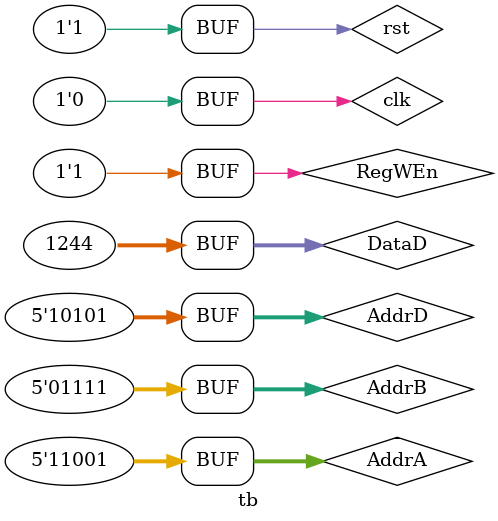
<source format=v>
module tb;

reg clk;
reg rst;
reg RegWEn;
reg [4:0] AddrD;
reg [4:0] AddrA;
reg [4:0] AddrB;
reg [31:0] DataD;
wire [31:0] DataA;
wire [31:0] DataB;

RegisterFile reg1 (
.clk(clk),
.rst(rst),
.RegWEn(RegWEn),
.AddrA(AddrA),
.AddrB(AddrB),
.AddrD(AddrD),
.DataD(DataD),
.DataA(DataA),
.DataB(DataB)
);

always
begin
#5 clk =1; #5 clk=0; 
end

initial 
begin
	
rst = 1;
#10
RegWEn = 1;
AddrA = 11001;
AddrB = 00111;
AddrD = 10101;
DataD = 1244;


end
endmodule 
</source>
